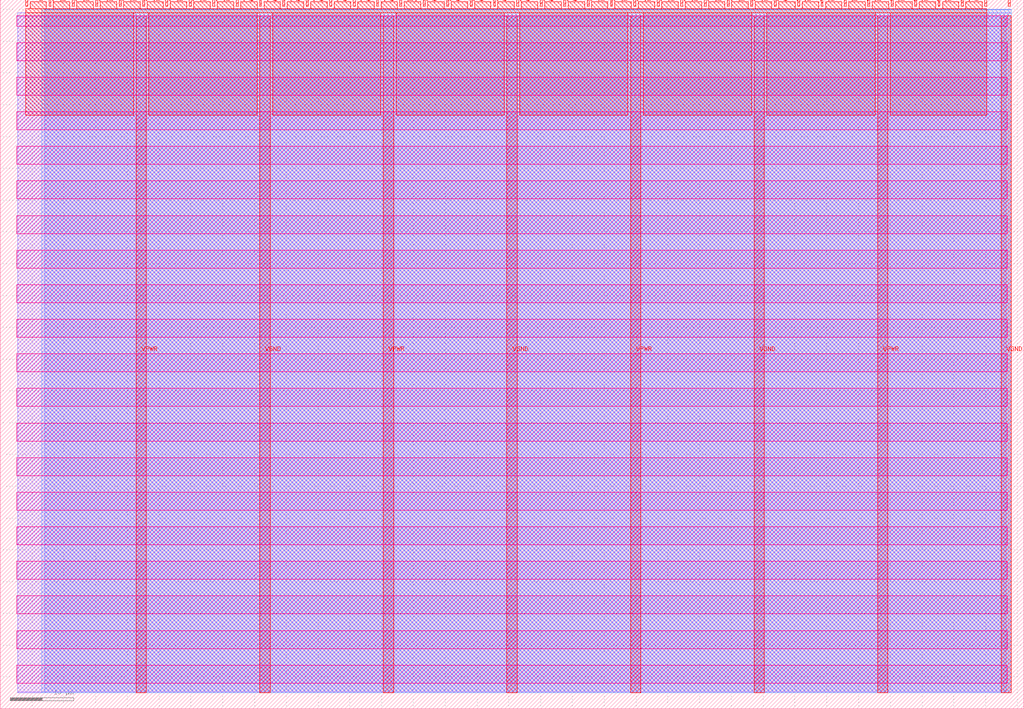
<source format=lef>
VERSION 5.7 ;
  NOWIREEXTENSIONATPIN ON ;
  DIVIDERCHAR "/" ;
  BUSBITCHARS "[]" ;
MACRO tt_um_dlmiles_poc_fskmodem_hdlctrx
  CLASS BLOCK ;
  FOREIGN tt_um_dlmiles_poc_fskmodem_hdlctrx ;
  ORIGIN 0.000 0.000 ;
  SIZE 161.000 BY 111.520 ;
  PIN VGND
    DIRECTION INOUT ;
    USE GROUND ;
    PORT
      LAYER met4 ;
        RECT 40.830 2.480 42.430 109.040 ;
    END
    PORT
      LAYER met4 ;
        RECT 79.700 2.480 81.300 109.040 ;
    END
    PORT
      LAYER met4 ;
        RECT 118.570 2.480 120.170 109.040 ;
    END
    PORT
      LAYER met4 ;
        RECT 157.440 2.480 159.040 109.040 ;
    END
  END VGND
  PIN VPWR
    DIRECTION INOUT ;
    USE POWER ;
    PORT
      LAYER met4 ;
        RECT 21.395 2.480 22.995 109.040 ;
    END
    PORT
      LAYER met4 ;
        RECT 60.265 2.480 61.865 109.040 ;
    END
    PORT
      LAYER met4 ;
        RECT 99.135 2.480 100.735 109.040 ;
    END
    PORT
      LAYER met4 ;
        RECT 138.005 2.480 139.605 109.040 ;
    END
  END VPWR
  PIN clk
    DIRECTION INPUT ;
    USE SIGNAL ;
    ANTENNAGATEAREA 0.852000 ;
    PORT
      LAYER met4 ;
        RECT 154.870 110.520 155.170 111.520 ;
    END
  END clk
  PIN ena
    DIRECTION INPUT ;
    USE SIGNAL ;
    PORT
      LAYER met4 ;
        RECT 158.550 110.520 158.850 111.520 ;
    END
  END ena
  PIN rst_n
    DIRECTION INPUT ;
    USE SIGNAL ;
    ANTENNAGATEAREA 0.213000 ;
    PORT
      LAYER met4 ;
        RECT 151.190 110.520 151.490 111.520 ;
    END
  END rst_n
  PIN ui_in[0]
    DIRECTION INPUT ;
    USE SIGNAL ;
    ANTENNAGATEAREA 0.213000 ;
    PORT
      LAYER met4 ;
        RECT 147.510 110.520 147.810 111.520 ;
    END
  END ui_in[0]
  PIN ui_in[1]
    DIRECTION INPUT ;
    USE SIGNAL ;
    ANTENNAGATEAREA 0.196500 ;
    PORT
      LAYER met4 ;
        RECT 143.830 110.520 144.130 111.520 ;
    END
  END ui_in[1]
  PIN ui_in[2]
    DIRECTION INPUT ;
    USE SIGNAL ;
    PORT
      LAYER met4 ;
        RECT 140.150 110.520 140.450 111.520 ;
    END
  END ui_in[2]
  PIN ui_in[3]
    DIRECTION INPUT ;
    USE SIGNAL ;
    PORT
      LAYER met4 ;
        RECT 136.470 110.520 136.770 111.520 ;
    END
  END ui_in[3]
  PIN ui_in[4]
    DIRECTION INPUT ;
    USE SIGNAL ;
    PORT
      LAYER met4 ;
        RECT 132.790 110.520 133.090 111.520 ;
    END
  END ui_in[4]
  PIN ui_in[5]
    DIRECTION INPUT ;
    USE SIGNAL ;
    ANTENNAGATEAREA 0.196500 ;
    PORT
      LAYER met4 ;
        RECT 129.110 110.520 129.410 111.520 ;
    END
  END ui_in[5]
  PIN ui_in[6]
    DIRECTION INPUT ;
    USE SIGNAL ;
    ANTENNAGATEAREA 0.196500 ;
    PORT
      LAYER met4 ;
        RECT 125.430 110.520 125.730 111.520 ;
    END
  END ui_in[6]
  PIN ui_in[7]
    DIRECTION INPUT ;
    USE SIGNAL ;
    ANTENNAGATEAREA 0.196500 ;
    PORT
      LAYER met4 ;
        RECT 121.750 110.520 122.050 111.520 ;
    END
  END ui_in[7]
  PIN uio_in[0]
    DIRECTION INPUT ;
    USE SIGNAL ;
    PORT
      LAYER met4 ;
        RECT 118.070 110.520 118.370 111.520 ;
    END
  END uio_in[0]
  PIN uio_in[1]
    DIRECTION INPUT ;
    USE SIGNAL ;
    ANTENNAGATEAREA 0.196500 ;
    PORT
      LAYER met4 ;
        RECT 114.390 110.520 114.690 111.520 ;
    END
  END uio_in[1]
  PIN uio_in[2]
    DIRECTION INPUT ;
    USE SIGNAL ;
    PORT
      LAYER met4 ;
        RECT 110.710 110.520 111.010 111.520 ;
    END
  END uio_in[2]
  PIN uio_in[3]
    DIRECTION INPUT ;
    USE SIGNAL ;
    PORT
      LAYER met4 ;
        RECT 107.030 110.520 107.330 111.520 ;
    END
  END uio_in[3]
  PIN uio_in[4]
    DIRECTION INPUT ;
    USE SIGNAL ;
    ANTENNAGATEAREA 0.196500 ;
    PORT
      LAYER met4 ;
        RECT 103.350 110.520 103.650 111.520 ;
    END
  END uio_in[4]
  PIN uio_in[5]
    DIRECTION INPUT ;
    USE SIGNAL ;
    PORT
      LAYER met4 ;
        RECT 99.670 110.520 99.970 111.520 ;
    END
  END uio_in[5]
  PIN uio_in[6]
    DIRECTION INPUT ;
    USE SIGNAL ;
    PORT
      LAYER met4 ;
        RECT 95.990 110.520 96.290 111.520 ;
    END
  END uio_in[6]
  PIN uio_in[7]
    DIRECTION INPUT ;
    USE SIGNAL ;
    PORT
      LAYER met4 ;
        RECT 92.310 110.520 92.610 111.520 ;
    END
  END uio_in[7]
  PIN uio_oe[0]
    DIRECTION OUTPUT TRISTATE ;
    USE SIGNAL ;
    ANTENNADIFFAREA 0.795200 ;
    PORT
      LAYER met4 ;
        RECT 29.750 110.520 30.050 111.520 ;
    END
  END uio_oe[0]
  PIN uio_oe[1]
    DIRECTION OUTPUT TRISTATE ;
    USE SIGNAL ;
    ANTENNADIFFAREA 0.445500 ;
    PORT
      LAYER met4 ;
        RECT 26.070 110.520 26.370 111.520 ;
    END
  END uio_oe[1]
  PIN uio_oe[2]
    DIRECTION OUTPUT TRISTATE ;
    USE SIGNAL ;
    ANTENNADIFFAREA 0.445500 ;
    PORT
      LAYER met4 ;
        RECT 22.390 110.520 22.690 111.520 ;
    END
  END uio_oe[2]
  PIN uio_oe[3]
    DIRECTION OUTPUT TRISTATE ;
    USE SIGNAL ;
    ANTENNADIFFAREA 0.445500 ;
    PORT
      LAYER met4 ;
        RECT 18.710 110.520 19.010 111.520 ;
    END
  END uio_oe[3]
  PIN uio_oe[4]
    DIRECTION OUTPUT TRISTATE ;
    USE SIGNAL ;
    ANTENNADIFFAREA 0.445500 ;
    PORT
      LAYER met4 ;
        RECT 15.030 110.520 15.330 111.520 ;
    END
  END uio_oe[4]
  PIN uio_oe[5]
    DIRECTION OUTPUT TRISTATE ;
    USE SIGNAL ;
    ANTENNADIFFAREA 0.445500 ;
    PORT
      LAYER met4 ;
        RECT 11.350 110.520 11.650 111.520 ;
    END
  END uio_oe[5]
  PIN uio_oe[6]
    DIRECTION OUTPUT TRISTATE ;
    USE SIGNAL ;
    ANTENNADIFFAREA 0.445500 ;
    PORT
      LAYER met4 ;
        RECT 7.670 110.520 7.970 111.520 ;
    END
  END uio_oe[6]
  PIN uio_oe[7]
    DIRECTION OUTPUT TRISTATE ;
    USE SIGNAL ;
    ANTENNADIFFAREA 0.795200 ;
    PORT
      LAYER met4 ;
        RECT 3.990 110.520 4.290 111.520 ;
    END
  END uio_oe[7]
  PIN uio_out[0]
    DIRECTION OUTPUT TRISTATE ;
    USE SIGNAL ;
    ANTENNADIFFAREA 0.795200 ;
    PORT
      LAYER met4 ;
        RECT 59.190 110.520 59.490 111.520 ;
    END
  END uio_out[0]
  PIN uio_out[1]
    DIRECTION OUTPUT TRISTATE ;
    USE SIGNAL ;
    ANTENNADIFFAREA 0.795200 ;
    PORT
      LAYER met4 ;
        RECT 55.510 110.520 55.810 111.520 ;
    END
  END uio_out[1]
  PIN uio_out[2]
    DIRECTION OUTPUT TRISTATE ;
    USE SIGNAL ;
    ANTENNADIFFAREA 0.891000 ;
    PORT
      LAYER met4 ;
        RECT 51.830 110.520 52.130 111.520 ;
    END
  END uio_out[2]
  PIN uio_out[3]
    DIRECTION OUTPUT TRISTATE ;
    USE SIGNAL ;
    ANTENNADIFFAREA 0.924000 ;
    PORT
      LAYER met4 ;
        RECT 48.150 110.520 48.450 111.520 ;
    END
  END uio_out[3]
  PIN uio_out[4]
    DIRECTION OUTPUT TRISTATE ;
    USE SIGNAL ;
    ANTENNADIFFAREA 0.795200 ;
    PORT
      LAYER met4 ;
        RECT 44.470 110.520 44.770 111.520 ;
    END
  END uio_out[4]
  PIN uio_out[5]
    DIRECTION OUTPUT TRISTATE ;
    USE SIGNAL ;
    ANTENNADIFFAREA 0.795200 ;
    PORT
      LAYER met4 ;
        RECT 40.790 110.520 41.090 111.520 ;
    END
  END uio_out[5]
  PIN uio_out[6]
    DIRECTION OUTPUT TRISTATE ;
    USE SIGNAL ;
    ANTENNADIFFAREA 0.891000 ;
    PORT
      LAYER met4 ;
        RECT 37.110 110.520 37.410 111.520 ;
    END
  END uio_out[6]
  PIN uio_out[7]
    DIRECTION OUTPUT TRISTATE ;
    USE SIGNAL ;
    ANTENNADIFFAREA 0.924000 ;
    PORT
      LAYER met4 ;
        RECT 33.430 110.520 33.730 111.520 ;
    END
  END uio_out[7]
  PIN uo_out[0]
    DIRECTION OUTPUT TRISTATE ;
    USE SIGNAL ;
    ANTENNADIFFAREA 0.795200 ;
    PORT
      LAYER met4 ;
        RECT 88.630 110.520 88.930 111.520 ;
    END
  END uo_out[0]
  PIN uo_out[1]
    DIRECTION OUTPUT TRISTATE ;
    USE SIGNAL ;
    ANTENNADIFFAREA 0.795200 ;
    PORT
      LAYER met4 ;
        RECT 84.950 110.520 85.250 111.520 ;
    END
  END uo_out[1]
  PIN uo_out[2]
    DIRECTION OUTPUT TRISTATE ;
    USE SIGNAL ;
    ANTENNADIFFAREA 0.795200 ;
    PORT
      LAYER met4 ;
        RECT 81.270 110.520 81.570 111.520 ;
    END
  END uo_out[2]
  PIN uo_out[3]
    DIRECTION OUTPUT TRISTATE ;
    USE SIGNAL ;
    PORT
      LAYER met4 ;
        RECT 77.590 110.520 77.890 111.520 ;
    END
  END uo_out[3]
  PIN uo_out[4]
    DIRECTION OUTPUT TRISTATE ;
    USE SIGNAL ;
    PORT
      LAYER met4 ;
        RECT 73.910 110.520 74.210 111.520 ;
    END
  END uo_out[4]
  PIN uo_out[5]
    DIRECTION OUTPUT TRISTATE ;
    USE SIGNAL ;
    PORT
      LAYER met4 ;
        RECT 70.230 110.520 70.530 111.520 ;
    END
  END uo_out[5]
  PIN uo_out[6]
    DIRECTION OUTPUT TRISTATE ;
    USE SIGNAL ;
    PORT
      LAYER met4 ;
        RECT 66.550 110.520 66.850 111.520 ;
    END
  END uo_out[6]
  PIN uo_out[7]
    DIRECTION OUTPUT TRISTATE ;
    USE SIGNAL ;
    ANTENNADIFFAREA 0.795200 ;
    PORT
      LAYER met4 ;
        RECT 62.870 110.520 63.170 111.520 ;
    END
  END uo_out[7]
  OBS
      LAYER nwell ;
        RECT 2.570 107.385 158.430 108.990 ;
        RECT 2.570 101.945 158.430 104.775 ;
        RECT 2.570 96.505 158.430 99.335 ;
        RECT 2.570 91.065 158.430 93.895 ;
        RECT 2.570 85.625 158.430 88.455 ;
        RECT 2.570 80.185 158.430 83.015 ;
        RECT 2.570 74.745 158.430 77.575 ;
        RECT 2.570 69.305 158.430 72.135 ;
        RECT 2.570 63.865 158.430 66.695 ;
        RECT 2.570 58.425 158.430 61.255 ;
        RECT 2.570 52.985 158.430 55.815 ;
        RECT 2.570 47.545 158.430 50.375 ;
        RECT 2.570 42.105 158.430 44.935 ;
        RECT 2.570 36.665 158.430 39.495 ;
        RECT 2.570 31.225 158.430 34.055 ;
        RECT 2.570 25.785 158.430 28.615 ;
        RECT 2.570 20.345 158.430 23.175 ;
        RECT 2.570 14.905 158.430 17.735 ;
        RECT 2.570 9.465 158.430 12.295 ;
        RECT 2.570 4.025 158.430 6.855 ;
      LAYER li1 ;
        RECT 2.760 2.635 158.240 108.885 ;
      LAYER met1 ;
        RECT 2.760 2.480 159.040 109.440 ;
      LAYER met2 ;
        RECT 6.990 2.535 159.010 110.005 ;
      LAYER met3 ;
        RECT 6.510 2.555 159.030 109.985 ;
      LAYER met4 ;
        RECT 4.690 110.120 7.270 111.170 ;
        RECT 8.370 110.120 10.950 111.170 ;
        RECT 12.050 110.120 14.630 111.170 ;
        RECT 15.730 110.120 18.310 111.170 ;
        RECT 19.410 110.120 21.990 111.170 ;
        RECT 23.090 110.120 25.670 111.170 ;
        RECT 26.770 110.120 29.350 111.170 ;
        RECT 30.450 110.120 33.030 111.170 ;
        RECT 34.130 110.120 36.710 111.170 ;
        RECT 37.810 110.120 40.390 111.170 ;
        RECT 41.490 110.120 44.070 111.170 ;
        RECT 45.170 110.120 47.750 111.170 ;
        RECT 48.850 110.120 51.430 111.170 ;
        RECT 52.530 110.120 55.110 111.170 ;
        RECT 56.210 110.120 58.790 111.170 ;
        RECT 59.890 110.120 62.470 111.170 ;
        RECT 63.570 110.120 66.150 111.170 ;
        RECT 67.250 110.120 69.830 111.170 ;
        RECT 70.930 110.120 73.510 111.170 ;
        RECT 74.610 110.120 77.190 111.170 ;
        RECT 78.290 110.120 80.870 111.170 ;
        RECT 81.970 110.120 84.550 111.170 ;
        RECT 85.650 110.120 88.230 111.170 ;
        RECT 89.330 110.120 91.910 111.170 ;
        RECT 93.010 110.120 95.590 111.170 ;
        RECT 96.690 110.120 99.270 111.170 ;
        RECT 100.370 110.120 102.950 111.170 ;
        RECT 104.050 110.120 106.630 111.170 ;
        RECT 107.730 110.120 110.310 111.170 ;
        RECT 111.410 110.120 113.990 111.170 ;
        RECT 115.090 110.120 117.670 111.170 ;
        RECT 118.770 110.120 121.350 111.170 ;
        RECT 122.450 110.120 125.030 111.170 ;
        RECT 126.130 110.120 128.710 111.170 ;
        RECT 129.810 110.120 132.390 111.170 ;
        RECT 133.490 110.120 136.070 111.170 ;
        RECT 137.170 110.120 139.750 111.170 ;
        RECT 140.850 110.120 143.430 111.170 ;
        RECT 144.530 110.120 147.110 111.170 ;
        RECT 148.210 110.120 150.790 111.170 ;
        RECT 151.890 110.120 154.470 111.170 ;
        RECT 3.990 109.440 155.185 110.120 ;
        RECT 3.990 93.335 20.995 109.440 ;
        RECT 23.395 93.335 40.430 109.440 ;
        RECT 42.830 93.335 59.865 109.440 ;
        RECT 62.265 93.335 79.300 109.440 ;
        RECT 81.700 93.335 98.735 109.440 ;
        RECT 101.135 93.335 118.170 109.440 ;
        RECT 120.570 93.335 137.605 109.440 ;
        RECT 140.005 93.335 155.185 109.440 ;
  END
END tt_um_dlmiles_poc_fskmodem_hdlctrx
END LIBRARY


</source>
